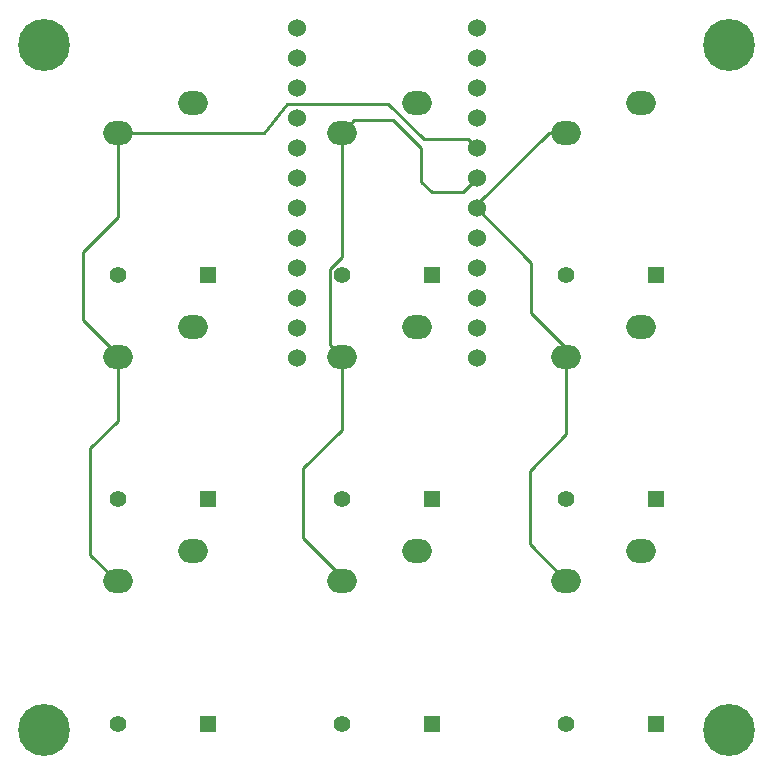
<source format=gbr>
%TF.GenerationSoftware,KiCad,Pcbnew,5.1.6-1.fc32*%
%TF.CreationDate,2020-07-09T19:55:35-05:00*%
%TF.ProjectId,source_pad,736f7572-6365-45f7-9061-642e6b696361,rev?*%
%TF.SameCoordinates,Original*%
%TF.FileFunction,Copper,L1,Top*%
%TF.FilePolarity,Positive*%
%FSLAX46Y46*%
G04 Gerber Fmt 4.6, Leading zero omitted, Abs format (unit mm)*
G04 Created by KiCad (PCBNEW 5.1.6-1.fc32) date 2020-07-09 19:55:35*
%MOMM*%
%LPD*%
G01*
G04 APERTURE LIST*
%TA.AperFunction,ComponentPad*%
%ADD10C,0.700000*%
%TD*%
%TA.AperFunction,ComponentPad*%
%ADD11C,4.400000*%
%TD*%
%TA.AperFunction,ComponentPad*%
%ADD12C,1.397000*%
%TD*%
%TA.AperFunction,ComponentPad*%
%ADD13R,1.397000X1.397000*%
%TD*%
%TA.AperFunction,ComponentPad*%
%ADD14C,1.524000*%
%TD*%
%TA.AperFunction,ComponentPad*%
%ADD15O,2.500000X2.000000*%
%TD*%
%TA.AperFunction,Conductor*%
%ADD16C,0.250000*%
%TD*%
G04 APERTURE END LIST*
D10*
%TO.P,REF\u002A\u002A,1*%
%TO.N,N/C*%
X91166726Y-146833274D03*
X90000000Y-146350000D03*
X88833274Y-146833274D03*
X88350000Y-148000000D03*
X88833274Y-149166726D03*
X90000000Y-149650000D03*
X91166726Y-149166726D03*
X91650000Y-148000000D03*
D11*
X90000000Y-148000000D03*
%TD*%
D10*
%TO.P,REF\u002A\u002A,1*%
%TO.N,N/C*%
X149166726Y-146833274D03*
X148000000Y-146350000D03*
X146833274Y-146833274D03*
X146350000Y-148000000D03*
X146833274Y-149166726D03*
X148000000Y-149650000D03*
X149166726Y-149166726D03*
X149650000Y-148000000D03*
D11*
X148000000Y-148000000D03*
%TD*%
D10*
%TO.P,REF\u002A\u002A,1*%
%TO.N,N/C*%
X149166726Y-88833274D03*
X148000000Y-88350000D03*
X146833274Y-88833274D03*
X146350000Y-90000000D03*
X146833274Y-91166726D03*
X148000000Y-91650000D03*
X149166726Y-91166726D03*
X149650000Y-90000000D03*
D11*
X148000000Y-90000000D03*
%TD*%
D10*
%TO.P,REF\u002A\u002A,1*%
%TO.N,N/C*%
X91166726Y-88833274D03*
X90000000Y-88350000D03*
X88833274Y-88833274D03*
X88350000Y-90000000D03*
X88833274Y-91166726D03*
X90000000Y-91650000D03*
X91166726Y-91166726D03*
X91650000Y-90000000D03*
D11*
X90000000Y-90000000D03*
%TD*%
D12*
%TO.P,D1,2*%
%TO.N,Net-(D1-Pad2)*%
X96190000Y-109500000D03*
D13*
%TO.P,D1,1*%
%TO.N,row0*%
X103810000Y-109500000D03*
%TD*%
D12*
%TO.P,D2,2*%
%TO.N,Net-(D2-Pad2)*%
X96190000Y-128500000D03*
D13*
%TO.P,D2,1*%
%TO.N,row1*%
X103810000Y-128500000D03*
%TD*%
%TO.P,D3,1*%
%TO.N,row2*%
X103810000Y-147500000D03*
D12*
%TO.P,D3,2*%
%TO.N,Net-(D3-Pad2)*%
X96190000Y-147500000D03*
%TD*%
D13*
%TO.P,D4,1*%
%TO.N,row0*%
X122810000Y-109500000D03*
D12*
%TO.P,D4,2*%
%TO.N,Net-(D4-Pad2)*%
X115190000Y-109500000D03*
%TD*%
D13*
%TO.P,D5,1*%
%TO.N,row1*%
X122810000Y-128500000D03*
D12*
%TO.P,D5,2*%
%TO.N,Net-(D5-Pad2)*%
X115190000Y-128500000D03*
%TD*%
%TO.P,D6,2*%
%TO.N,Net-(D6-Pad2)*%
X115190000Y-147500000D03*
D13*
%TO.P,D6,1*%
%TO.N,row2*%
X122810000Y-147500000D03*
%TD*%
D12*
%TO.P,D7,2*%
%TO.N,Net-(D7-Pad2)*%
X134190000Y-109500000D03*
D13*
%TO.P,D7,1*%
%TO.N,row0*%
X141810000Y-109500000D03*
%TD*%
%TO.P,D8,1*%
%TO.N,row1*%
X141810000Y-128500000D03*
D12*
%TO.P,D8,2*%
%TO.N,Net-(D8-Pad2)*%
X134190000Y-128500000D03*
%TD*%
D13*
%TO.P,D9,1*%
%TO.N,row2*%
X141810000Y-147500000D03*
D12*
%TO.P,D9,2*%
%TO.N,Net-(D9-Pad2)*%
X134190000Y-147500000D03*
%TD*%
D14*
%TO.P,U1,1*%
%TO.N,Net-(U1-Pad1)*%
X111388600Y-88622000D03*
%TO.P,U1,2*%
%TO.N,Net-(U1-Pad2)*%
X111388600Y-91162000D03*
%TO.P,U1,3*%
%TO.N,Net-(U1-Pad3)*%
X111388600Y-93702000D03*
%TO.P,U1,4*%
%TO.N,Net-(U1-Pad4)*%
X111388600Y-96242000D03*
%TO.P,U1,5*%
%TO.N,Net-(U1-Pad5)*%
X111388600Y-98782000D03*
%TO.P,U1,6*%
%TO.N,Net-(U1-Pad6)*%
X111388600Y-101322000D03*
%TO.P,U1,7*%
%TO.N,row0*%
X111388600Y-103862000D03*
%TO.P,U1,8*%
%TO.N,row1*%
X111388600Y-106402000D03*
%TO.P,U1,9*%
%TO.N,row2*%
X111388600Y-108942000D03*
%TO.P,U1,10*%
%TO.N,Net-(U1-Pad10)*%
X111388600Y-111482000D03*
%TO.P,U1,11*%
%TO.N,Net-(U1-Pad11)*%
X111388600Y-114022000D03*
%TO.P,U1,12*%
%TO.N,Net-(U1-Pad12)*%
X111388600Y-116562000D03*
%TO.P,U1,13*%
%TO.N,Net-(U1-Pad13)*%
X126608600Y-116562000D03*
%TO.P,U1,14*%
%TO.N,Net-(U1-Pad14)*%
X126608600Y-114022000D03*
%TO.P,U1,15*%
%TO.N,Net-(U1-Pad15)*%
X126608600Y-111482000D03*
%TO.P,U1,16*%
%TO.N,Net-(U1-Pad16)*%
X126608600Y-108942000D03*
%TO.P,U1,17*%
%TO.N,Net-(U1-Pad17)*%
X126608600Y-106402000D03*
%TO.P,U1,18*%
%TO.N,col2*%
X126608600Y-103862000D03*
%TO.P,U1,19*%
%TO.N,col1*%
X126608600Y-101322000D03*
%TO.P,U1,20*%
%TO.N,col0*%
X126608600Y-98782000D03*
%TO.P,U1,21*%
%TO.N,Net-(U1-Pad21)*%
X126608600Y-96242000D03*
%TO.P,U1,22*%
%TO.N,Net-(U1-Pad22)*%
X126608600Y-93702000D03*
%TO.P,U1,23*%
%TO.N,Net-(U1-Pad23)*%
X126608600Y-91162000D03*
%TO.P,U1,24*%
%TO.N,Net-(U1-Pad24)*%
X126608600Y-88622000D03*
%TD*%
D15*
%TO.P,SW1,1*%
%TO.N,col0*%
X96190000Y-97460000D03*
%TO.P,SW1,2*%
%TO.N,Net-(D1-Pad2)*%
X102540000Y-94920000D03*
%TD*%
%TO.P,SW2,2*%
%TO.N,Net-(D2-Pad2)*%
X102540000Y-113920000D03*
%TO.P,SW2,1*%
%TO.N,col0*%
X96190000Y-116460000D03*
%TD*%
%TO.P,SW3,2*%
%TO.N,Net-(D3-Pad2)*%
X102540000Y-132920000D03*
%TO.P,SW3,1*%
%TO.N,col0*%
X96190000Y-135460000D03*
%TD*%
%TO.P,SW4,1*%
%TO.N,col1*%
X115190000Y-97460000D03*
%TO.P,SW4,2*%
%TO.N,Net-(D4-Pad2)*%
X121540000Y-94920000D03*
%TD*%
%TO.P,SW5,2*%
%TO.N,Net-(D5-Pad2)*%
X121540000Y-113920000D03*
%TO.P,SW5,1*%
%TO.N,col1*%
X115190000Y-116460000D03*
%TD*%
%TO.P,SW6,2*%
%TO.N,Net-(D6-Pad2)*%
X121540000Y-132920000D03*
%TO.P,SW6,1*%
%TO.N,col1*%
X115190000Y-135460000D03*
%TD*%
%TO.P,SW7,2*%
%TO.N,Net-(D7-Pad2)*%
X140540000Y-94920000D03*
%TO.P,SW7,1*%
%TO.N,col2*%
X134190000Y-97460000D03*
%TD*%
%TO.P,SW8,1*%
%TO.N,col2*%
X134190000Y-116460000D03*
%TO.P,SW8,2*%
%TO.N,Net-(D8-Pad2)*%
X140540000Y-113920000D03*
%TD*%
%TO.P,SW9,1*%
%TO.N,col2*%
X134190000Y-135460000D03*
%TO.P,SW9,2*%
%TO.N,Net-(D9-Pad2)*%
X140540000Y-132920000D03*
%TD*%
D16*
%TO.N,col0*%
X126551599Y-98724999D02*
X126608600Y-98782000D01*
X96190000Y-97460000D02*
X96190000Y-104610000D01*
X93224999Y-107575001D02*
X93224999Y-113324999D01*
X96190000Y-104610000D02*
X93224999Y-107575001D01*
X96190000Y-116290000D02*
X96190000Y-116460000D01*
X93224999Y-113324999D02*
X96190000Y-116290000D01*
X108561838Y-97460000D02*
X110500000Y-95000000D01*
X96190000Y-97460000D02*
X108561838Y-97460000D01*
X110500000Y-95000000D02*
X119100000Y-95000000D01*
X125846601Y-98020001D02*
X126608600Y-98782000D01*
X122120001Y-98020001D02*
X125846601Y-98020001D01*
X119100000Y-95000000D02*
X122120001Y-98020001D01*
X96190000Y-135460000D02*
X96160000Y-135460000D01*
X96160000Y-135460000D02*
X93900000Y-133200000D01*
X93900000Y-133200000D02*
X93900000Y-124200000D01*
X96190000Y-121910000D02*
X96190000Y-116460000D01*
X93900000Y-124200000D02*
X96190000Y-121910000D01*
%TO.N,col1*%
X114166499Y-115436499D02*
X115190000Y-116460000D01*
X114166499Y-109008719D02*
X114166499Y-115436499D01*
X115190000Y-107985218D02*
X114166499Y-109008719D01*
X115190000Y-97460000D02*
X115190000Y-107985218D01*
X126230600Y-101700000D02*
X126608600Y-101322000D01*
X126608600Y-101322000D02*
X125430600Y-102500000D01*
X125430600Y-102500000D02*
X122800000Y-102500000D01*
X122800000Y-102500000D02*
X121900000Y-101600000D01*
X121900000Y-101600000D02*
X121900000Y-98800000D01*
X121900000Y-98800000D02*
X119500000Y-96400000D01*
X119500000Y-96400000D02*
X116250000Y-96400000D01*
X116250000Y-96400000D02*
X115190000Y-97460000D01*
X115190000Y-135460000D02*
X115190000Y-135090000D01*
X111910361Y-131810361D02*
X111910361Y-125889639D01*
X115190000Y-135090000D02*
X111910361Y-131810361D01*
X115190000Y-122610000D02*
X115190000Y-116460000D01*
X111910361Y-125889639D02*
X115190000Y-122610000D01*
%TO.N,col2*%
X126608600Y-103541400D02*
X126608600Y-103862000D01*
X132690000Y-97460000D02*
X126608600Y-103541400D01*
X134190000Y-97460000D02*
X132690000Y-97460000D01*
X134190000Y-116460000D02*
X134190000Y-115690000D01*
X131224999Y-108478399D02*
X126608600Y-103862000D01*
X131224999Y-112724999D02*
X131224999Y-108478399D01*
X134190000Y-115690000D02*
X131224999Y-112724999D01*
X134190000Y-135460000D02*
X134190000Y-135390000D01*
X134190000Y-135390000D02*
X131100000Y-132300000D01*
X131100000Y-132300000D02*
X131100000Y-126100000D01*
X134190000Y-123010000D02*
X134190000Y-116460000D01*
X131100000Y-126100000D02*
X134190000Y-123010000D01*
%TD*%
M02*

</source>
